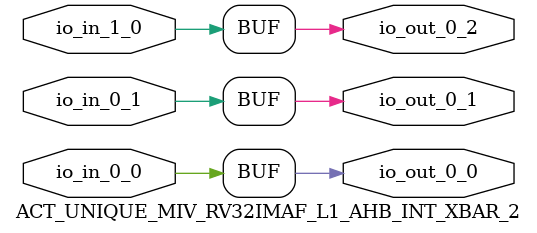
<source format=v>
`define RANDOMIZE
`timescale 1ns/10ps
module ACT_UNIQUE_MIV_RV32IMAF_L1_AHB_INT_XBAR_2(
  input   io_in_1_0,
  input   io_in_0_0,
  input   io_in_0_1,
  output  io_out_0_0,
  output  io_out_0_1,
  output  io_out_0_2
);
  assign io_out_0_0 = io_in_0_0;
  assign io_out_0_1 = io_in_0_1;
  assign io_out_0_2 = io_in_1_0;
endmodule

</source>
